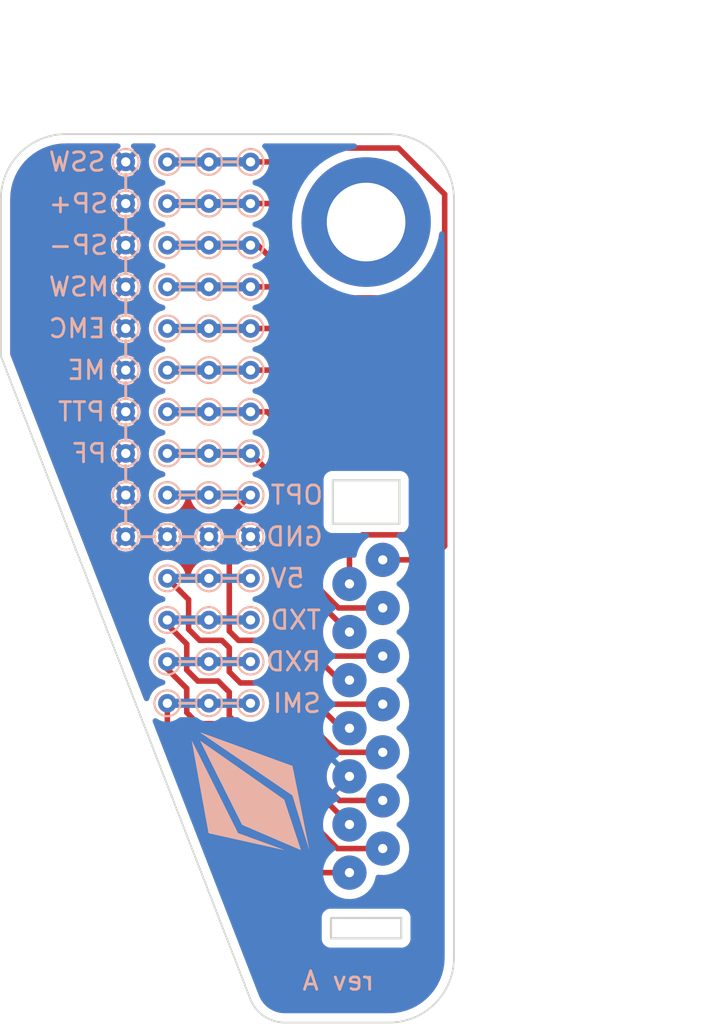
<source format=kicad_pcb>
(kicad_pcb (version 20211014) (generator pcbnew)
  (title_block (title "Kenwood Universal Connector") (date "2023-05-28") (rev "A") (company "W3AXL"))
  (layers (0 "F.Cu" signal) (31 "B.Cu" signal) (34 "B.Paste" user) (35 "F.Paste" user) (36 "B.SilkS" user "B.Silkscreen") (37 "F.SilkS" user "F.Silkscreen") (38 "B.Mask" user) (39 "F.Mask" user) (44 "Edge.Cuts" user))
  (net 0 "")
  (net 1 "Net-(J2-Pad13)")
  (net 2 "Net-(J2-Pad11)")
  (net 3 "Net-(J2-Pad9)")
  (net 4 "Net-(J2-Pad7)")
  (net 5 "Net-(J2-Pad5)")
  (net 6 "Net-(J2-Pad3)")
  (net 7 "Net-(J2-Pad1)")
  (net 8 "Net-(J2-Pad8)")
  (net 9 "Net-(J2-Pad12)")
  (net 10 "Net-(J2-Pad14)")
  (net 11 "Net-(J2-Pad2)")
  (net 12 "Net-(J2-Pad4)")
  (net 13 "Net-(J2-Pad6)")
  (net 14 "GND")
  (footprint "TestPoint:TestPoint_THTPad_D1.0mm_Drill0.5mm" (layer "B.Cu") (at 158.75 102.25 180)
    (fp_text reference "TP12" hide)
    (fp_text value "TestPoint_Small")
    (fp_circle (center 0 0) (end 0 -0.7) (layer "B.SilkS") (width 0.12) (fill none))
    (pad "1" thru_hole circle (at 0 0 180) (size 1 1) (drill 0.5) (layers *.Cu *.Mask) (net 3 "Net-(J2-Pad9)"))
  )
  (footprint "TestPoint:TestPoint_THTPad_D1.0mm_Drill0.5mm" (layer "B.Cu") (at 154.25 106.75 180)
    (fp_text reference "TP20" hide)
    (fp_text value "TestPoint_Small")
    (fp_circle (center 0 0) (end 0 -0.7) (layer "B.SilkS") (width 0.12) (fill none))
    (pad "1" thru_hole circle (at 0 0 180) (size 1 1) (drill 0.5) (layers *.Cu *.Mask) (net 2 "Net-(J2-Pad11)"))
  )
  (footprint "TestPoint:TestPoint_THTPad_D1.0mm_Drill0.5mm" (layer "B.Cu") (at 152 104.5 180)
    (fp_text reference "TP49" hide)
    (fp_text value "TestPoint_Small")
    (fp_circle (center 0 0) (end 0 -0.7) (layer "B.SilkS") (width 0.12) (fill none))
    (pad "1" thru_hole circle (at 0 0 180) (size 1 1) (drill 0.5) (layers *.Cu *.Mask) (net 14 "GND"))
  )
  (footprint "TestPoint:TestPoint_THTPad_D1.0mm_Drill0.5mm" (layer "B.Cu") (at 158.75 109 180)
    (fp_text reference "TP27" hide)
    (fp_text value "TestPoint_Small")
    (fp_circle (center 0 0) (end 0 -0.7) (layer "B.SilkS") (width 0.12) (fill none))
    (pad "1" thru_hole circle (at 0 0 180) (size 1 1) (drill 0.5) (layers *.Cu *.Mask) (net 9 "Net-(J2-Pad12)"))
  )
  (footprint "TestPoint:TestPoint_THTPad_D1.0mm_Drill0.5mm" (layer "B.Cu") (at 152 86.5 180)
    (fp_text reference "TP45" hide)
    (fp_text value "TestPoint_Small")
    (fp_circle (center 0 0) (end 0 -0.7) (layer "B.SilkS") (width 0.12) (fill none))
    (pad "1" thru_hole circle (at 0 0 180) (size 1 1) (drill 0.5) (layers *.Cu *.Mask) (net 14 "GND"))
  )
  (footprint "TestPoint:TestPoint_THTPad_D1.0mm_Drill0.5mm" (layer "B.Cu") (at 156.5 102.25 180)
    (fp_text reference "TP5" hide)
    (fp_text value "TestPoint_Small")
    (fp_circle (center 0 0) (end 0 -0.7) (layer "B.SilkS") (width 0.12) (fill none))
    (pad "1" thru_hole circle (at 0 0 180) (size 1 1) (drill 0.5) (layers *.Cu *.Mask) (net 3 "Net-(J2-Pad9)"))
  )
  (footprint "TestPoint:TestPoint_THTPad_D1.0mm_Drill0.5mm" (layer "B.Cu") (at 152 91 180)
    (fp_text reference "TP54" hide)
    (fp_text value "TestPoint_Small")
    (fp_circle (center 0 0) (end 0 -0.7) (layer "B.SilkS") (width 0.12) (fill none))
    (pad "1" thru_hole circle (at 0 0 180) (size 1 1) (drill 0.5) (layers *.Cu *.Mask) (net 14 "GND"))
  )
  (footprint "TestPoint:TestPoint_THTPad_D1.0mm_Drill0.5mm" (layer "B.Cu") (at 152 84.25 180)
    (fp_text reference "TP50" hide)
    (fp_text value "TestPoint_Small")
    (fp_circle (center 0 0) (end 0 -0.7) (layer "B.SilkS") (width 0.12) (fill none))
    (pad "1" thru_hole circle (at 0 0 180) (size 1 1) (drill 0.5) (layers *.Cu *.Mask) (net 14 "GND"))
  )
  (footprint "TestPoint:TestPoint_THTPad_D1.0mm_Drill0.5mm" (layer "B.Cu") (at 156.5 111.25 180)
    (fp_text reference "TP14" hide)
    (fp_text value "TestPoint_Small")
    (fp_circle (center 0 0) (end 0 -0.7) (layer "B.SilkS") (width 0.12) (fill none))
    (pad "1" thru_hole circle (at 0 0 180) (size 1 1) (drill 0.5) (layers *.Cu *.Mask) (net 1 "Net-(J2-Pad13)"))
  )
  (footprint "TestPoint:TestPoint_THTPad_D1.0mm_Drill0.5mm" (layer "B.Cu") (at 158.75 113.5 180)
    (fp_text reference "TP28" hide)
    (fp_text value "TestPoint_Small")
    (fp_circle (center 0 0) (end 0 -0.7) (layer "B.SilkS") (width 0.12) (fill none))
    (pad "1" thru_hole circle (at 0 0 180) (size 1 1) (drill 0.5) (layers *.Cu *.Mask) (net 10 "Net-(J2-Pad14)"))
  )
  (footprint "TestPoint:TestPoint_THTPad_D1.0mm_Drill0.5mm" (layer "B.Cu") (at 156.5 88.75 180)
    (fp_text reference "TP9" hide)
    (fp_text value "TestPoint_Small")
    (fp_circle (center 0 0) (end 0 -0.7) (layer "B.SilkS") (width 0.12) (fill none))
    (pad "1" thru_hole circle (at 0 0 180) (size 1 1) (drill 0.5) (layers *.Cu *.Mask) (net 6 "Net-(J2-Pad3)"))
  )
  (footprint "TestPoint:TestPoint_THTPad_D1.0mm_Drill0.5mm" (layer "B.Cu") (at 156.5 93.25 180)
    (fp_text reference "TP10" hide)
    (fp_text value "TestPoint_Small")
    (fp_circle (center 0 0) (end 0 -0.7) (layer "B.SilkS") (width 0.12) (fill none))
    (pad "1" thru_hole circle (at 0 0 180) (size 1 1) (drill 0.5) (layers *.Cu *.Mask) (net 5 "Net-(J2-Pad5)"))
  )
  (footprint "TestPoint:TestPoint_THTPad_D1.0mm_Drill0.5mm" (layer "B.Cu") (at 156.5 113.5 180)
    (fp_text reference "TP35" hide)
    (fp_text value "TestPoint_Small")
    (fp_circle (center 0 0) (end 0 -0.7) (layer "B.SilkS") (width 0.12) (fill none))
    (pad "1" thru_hole circle (at 0 0 180) (size 1 1) (drill 0.5) (layers *.Cu *.Mask) (net 10 "Net-(J2-Pad14)"))
  )
  (footprint "TestPoint:TestPoint_THTPad_D1.0mm_Drill0.5mm" (layer "B.Cu") (at 158.75 86.5 180)
    (fp_text reference "TP22" hide)
    (fp_text value "TestPoint_Small")
    (fp_circle (center 0 0) (end 0 -0.7) (layer "B.SilkS") (width 0.12) (fill none))
    (pad "1" thru_hole circle (at 0 0 180) (size 1 1) (drill 0.5) (layers *.Cu *.Mask) (net 11 "Net-(J2-Pad2)"))
  )
  (footprint "TestPoint:TestPoint_THTPad_D1.0mm_Drill0.5mm" (layer "B.Cu") (at 158.75 111.25 180)
    (fp_text reference "TP7" hide)
    (fp_text value "TestPoint_Small")
    (fp_circle (center 0 0) (end 0 -0.7) (layer "B.SilkS") (width 0.12) (fill none))
    (pad "1" thru_hole circle (at 0 0 180) (size 1 1) (drill 0.5) (layers *.Cu *.Mask) (net 1 "Net-(J2-Pad13)"))
  )
  (footprint "TestPoint:TestPoint_THTPad_D1.0mm_Drill0.5mm" (layer "B.Cu") (at 154.25 109 180)
    (fp_text reference "TP41" hide)
    (fp_text value "TestPoint_Small")
    (fp_circle (center 0 0) (end 0 -0.7) (layer "B.SilkS") (width 0.12) (fill none))
    (pad "1" thru_hole circle (at 0 0 180) (size 1 1) (drill 0.5) (layers *.Cu *.Mask) (net 9 "Net-(J2-Pad12)"))
  )
  (footprint "TestPoint:TestPoint_THTPad_D1.0mm_Drill0.5mm" (layer "B.Cu") (at 154.25 84.25 180)
    (fp_text reference "TP15" hide)
    (fp_text value "TestPoint_Small")
    (fp_circle (center 0 0) (end 0 -0.7) (layer "B.SilkS") (width 0.12) (fill none))
    (pad "1" thru_hole circle (at 0 0 180) (size 1 1) (drill 0.5) (layers *.Cu *.Mask) (net 7 "Net-(J2-Pad1)"))
  )
  (footprint "TestPoint:TestPoint_THTPad_D1.0mm_Drill0.5mm" (layer "B.Cu") (at 152 97.75 180)
    (fp_text reference "TP48" hide)
    (fp_text value "TestPoint_Small")
    (fp_circle (center 0 0) (end 0 -0.7) (layer "B.SilkS") (width 0.12) (fill none))
    (pad "1" thru_hole circle (at 0 0 180) (size 1 1) (drill 0.5) (layers *.Cu *.Mask) (net 14 "GND"))
  )
  (footprint "TestPoint:TestPoint_THTPad_D1.0mm_Drill0.5mm" (layer "B.Cu") (at 158.75 95.5 180)
    (fp_text reference "TP38" hide)
    (fp_text value "TestPoint_Small")
    (fp_circle (center 0 0) (end 0 -0.7) (layer "B.SilkS") (width 0.12) (fill none))
    (pad "1" thru_hole circle (at 0 0 180) (size 1 1) (drill 0.5) (layers *.Cu *.Mask) (net 13 "Net-(J2-Pad6)"))
  )
  (footprint "TestPoint:TestPoint_THTPad_D1.0mm_Drill0.5mm" (layer "B.Cu") (at 158.75 97.75 180)
    (fp_text reference "TP4" hide)
    (fp_text value "TestPoint_Small")
    (fp_circle (center 0 0) (end 0 -0.7) (layer "B.SilkS") (width 0.12) (fill none))
    (pad "1" thru_hole circle (at 0 0 180) (size 1 1) (drill 0.5) (layers *.Cu *.Mask) (net 4 "Net-(J2-Pad7)"))
  )
  (footprint "TestPoint:TestPoint_THTPad_D1.0mm_Drill0.5mm" (layer "B.Cu") (at 152 102.25 180)
    (fp_text reference "TP47" hide)
    (fp_text value "TestPoint_Small")
    (fp_circle (center 0 0) (end 0 -0.7) (layer "B.SilkS") (width 0.12) (fill none))
    (pad "1" thru_hole circle (at 0 0 180) (size 1 1) (drill 0.5) (layers *.Cu *.Mask) (net 14 "GND"))
  )
  (footprint "TestPoint:TestPoint_THTPad_D1.0mm_Drill0.5mm" (layer "B.Cu") (at 152 93.25 180)
    (fp_text reference "TP51" hide)
    (fp_text value "TestPoint_Small")
    (fp_circle (center 0 0) (end 0 -0.7) (layer "B.SilkS") (width 0.12) (fill none))
    (pad "1" thru_hole circle (at 0 0 180) (size 1 1) (drill 0.5) (layers *.Cu *.Mask) (net 14 "GND"))
  )
  (footprint "Kenwood_Universal_Connector:KUC_FP" (layer "B.Cu") (at 165 87.5 180)
    (fp_text reference "J2" hide)
    (fp_text value "KUC")
    (fp_rect (start -1.9 -37.6) (end 1.9 -38.7) (layer "Edge.Cuts") (width 0.12) (fill none))
    (fp_rect (start -1.8 -13.95) (end 1.8 -16.3) (layer "Edge.Cuts") (width 0.12) (fill none))
    (pad "" np_thru_hole circle (at 0 0 180) (size 7 7) (drill 4.25) (layers F&B.Cu *.Mask))
    (pad "1" thru_hole circle (at -0.9 -18.25 180) (size 1.85 1.85) (drill 0.5) (layers *.Cu *.Mask) (net 7 "Net-(J2-Pad1)"))
    (pad "2" thru_hole circle (at 0.9 -19.55 180) (size 1.85 1.85) (drill 0.5) (layers *.Cu *.Mask) (net 11 "Net-(J2-Pad2)"))
    (pad "3" thru_hole circle (at -0.9 -20.85 180) (size 1.85 1.85) (drill 0.5) (layers *.Cu *.Mask) (net 6 "Net-(J2-Pad3)"))
    (pad "4" thru_hole circle (at 0.9 -22.15 180) (size 1.85 1.85) (drill 0.5) (layers *.Cu *.Mask) (net 12 "Net-(J2-Pad4)"))
    (pad "5" thru_hole circle (at -0.9 -23.45 180) (size 1.85 1.85) (drill 0.5) (layers *.Cu *.Mask) (net 5 "Net-(J2-Pad5)"))
    (pad "6" thru_hole circle (at 0.9 -24.75 180) (size 1.85 1.85) (drill 0.5) (layers *.Cu *.Mask) (net 13 "Net-(J2-Pad6)"))
    (pad "7" thru_hole circle (at -0.9 -26.05 180) (size 1.85 1.85) (drill 0.5) (layers *.Cu *.Mask) (net 4 "Net-(J2-Pad7)"))
    (pad "8" thru_hole circle (at 0.9 -27.35 180) (size 1.85 1.85) (drill 0.5) (layers *.Cu *.Mask) (net 8 "Net-(J2-Pad8)"))
    (pad "9" thru_hole circle (at -0.9 -28.65 180) (size 1.85 1.85) (drill 0.5) (layers *.Cu *.Mask) (net 3 "Net-(J2-Pad9)"))
    (pad "10" thru_hole circle (at 0.9 -29.95 180) (size 1.85 1.85) (drill 0.5) (layers *.Cu *.Mask) (net 14 "GND"))
    (pad "11" thru_hole circle (at -0.9 -31.25 180) (size 1.85 1.85) (drill 0.5) (layers *.Cu *.Mask) (net 2 "Net-(J2-Pad11)"))
    (pad "12" thru_hole circle (at 0.9 -32.55 180) (size 1.85 1.85) (drill 0.5) (layers *.Cu *.Mask) (net 9 "Net-(J2-Pad12)"))
    (pad "13" thru_hole circle (at -0.9 -33.85 180) (size 1.85 1.85) (drill 0.5) (layers *.Cu *.Mask) (net 1 "Net-(J2-Pad13)"))
    (pad "14" thru_hole circle (at 0.9 -35.15 180) (size 1.85 1.85) (drill 0.5) (layers *.Cu *.Mask) (net 10 "Net-(J2-Pad14)"))
  )
  (footprint "TestPoint:TestPoint_THTPad_D1.0mm_Drill0.5mm" (layer "B.Cu") (at 154.25 88.75 180)
    (fp_text reference "TP16" hide)
    (fp_text value "TestPoint_Small")
    (fp_circle (center 0 0) (end 0 -0.7) (layer "B.SilkS") (width 0.12) (fill none))
    (pad "1" thru_hole circle (at 0 0 180) (size 1 1) (drill 0.5) (layers *.Cu *.Mask) (net 6 "Net-(J2-Pad3)"))
  )
  (footprint "TestPoint:TestPoint_THTPad_D1.0mm_Drill0.5mm" (layer "B.Cu") (at 154.25 111.25 180)
    (fp_text reference "TP21" hide)
    (fp_text value "TestPoint_Small")
    (fp_circle (center 0 0) (end 0 -0.7) (layer "B.SilkS") (width 0.12) (fill none))
    (pad "1" thru_hole circle (at 0 0 180) (size 1 1) (drill 0.5) (layers *.Cu *.Mask) (net 1 "Net-(J2-Pad13)"))
  )
  (footprint "TestPoint:TestPoint_THTPad_D1.0mm_Drill0.5mm" (layer "B.Cu") (at 152 88.75 180)
    (fp_text reference "TPe" hide)
    (fp_text value "TestPoint_Small")
    (fp_circle (center 0 0) (end 0 -0.7) (layer "B.SilkS") (width 0.12) (fill none))
    (pad "1" thru_hole circle (at 0 0 180) (size 1 1) (drill 0.5) (layers *.Cu *.Mask) (net 14 "GND"))
  )
  (footprint "TestPoint:TestPoint_THTPad_D1.0mm_Drill0.5mm" (layer "B.Cu") (at 158.75 106.75 180)
    (fp_text reference "TP6" hide)
    (fp_text value "TestPoint_Small")
    (fp_circle (center 0 0) (end 0 -0.7) (layer "B.SilkS") (width 0.12) (fill none))
    (pad "1" thru_hole circle (at 0 0 180) (size 1 1) (drill 0.5) (layers *.Cu *.Mask) (net 2 "Net-(J2-Pad11)"))
  )
  (footprint "TestPoint:TestPoint_THTPad_D1.0mm_Drill0.5mm" (layer "B.Cu") (at 154.25 91 180)
    (fp_text reference "TP37" hide)
    (fp_text value "TestPoint_Small")
    (fp_circle (center 0 0) (end 0 -0.7) (layer "B.SilkS") (width 0.12) (fill none))
    (pad "1" thru_hole circle (at 0 0 180) (size 1 1) (drill 0.5) (layers *.Cu *.Mask) (net 12 "Net-(J2-Pad4)"))
  )
  (footprint "TestPoint:TestPoint_THTPad_D1.0mm_Drill0.5mm" (layer "B.Cu") (at 156.5 100 180)
    (fp_text reference "TP32" hide)
    (fp_text value "TestPoint_Small")
    (fp_circle (center 0 0) (end 0 -0.7) (layer "B.SilkS") (width 0.12) (fill none))
    (pad "1" thru_hole circle (at 0 0 180) (size 1 1) (drill 0.5) (layers *.Cu *.Mask) (net 8 "Net-(J2-Pad8)"))
  )
  (footprint "TestPoint:TestPoint_THTPad_D1.0mm_Drill0.5mm" (layer "B.Cu") (at 156.5 86.5 180)
    (fp_text reference "TP29" hide)
    (fp_text value "TestPoint_Small")
    (fp_circle (center 0 0) (end 0 -0.7) (layer "B.SilkS") (width 0.12) (fill none))
    (pad "1" thru_hole circle (at 0 0 180) (size 1 1) (drill 0.5) (layers *.Cu *.Mask) (net 11 "Net-(J2-Pad2)"))
  )
  (footprint "TestPoint:TestPoint_THTPad_D1.0mm_Drill0.5mm" (layer "B.Cu") (at 154.25 102.25 180)
    (fp_text reference "TP19" hide)
    (fp_text value "TestPoint_Small")
    (fp_circle (center 0 0) (end 0 -0.7) (layer "B.SilkS") (width 0.12) (fill none))
    (pad "1" thru_hole circle (at 0 0 180) (size 1 1) (drill 0.5) (layers *.Cu *.Mask) (net 3 "Net-(J2-Pad9)"))
  )
  (footprint "TestPoint:TestPoint_THTPad_D1.0mm_Drill0.5mm" (layer "B.Cu") (at 158.75 84.25 180)
    (fp_text reference "TP1" hide)
    (fp_text value "TestPoint_Small")
    (fp_circle (center 0 0) (end 0 -0.7) (layer "B.SilkS") (width 0.12) (fill none))
    (pad "1" thru_hole circle (at 0 0 180) (size 1 1) (drill 0.5) (layers *.Cu *.Mask) (net 7 "Net-(J2-Pad1)"))
  )
  (footprint "TestPoint:TestPoint_THTPad_D1.0mm_Drill0.5mm" (layer "B.Cu") (at 158.75 104.5 180)
    (fp_text reference "TP40" hide)
    (fp_text value "TestPoint_Small")
    (fp_circle (center 0 0) (end 0 -0.7) (layer "B.SilkS") (width 0.12) (fill none))
    (pad "1" thru_hole circle (at 0 0 180) (size 1 1) (drill 0.5) (layers *.Cu *.Mask) (net 14 "GND"))
  )
  (footprint "TestPoint:TestPoint_THTPad_D1.0mm_Drill0.5mm" (layer "B.Cu") (at 154.25 113.5 180)
    (fp_text reference "TP42" hide)
    (fp_text value "TestPoint_Small")
    (fp_circle (center 0 0) (end 0 -0.7) (layer "B.SilkS") (width 0.12) (fill none))
    (pad "1" thru_hole circle (at 0 0 180) (size 1 1) (drill 0.5) (layers *.Cu *.Mask) (net 10 "Net-(J2-Pad14)"))
  )
  (footprint "TestPoint:TestPoint_THTPad_D1.0mm_Drill0.5mm" (layer "B.Cu") (at 158.75 93.25 180)
    (fp_text reference "TP3" hide)
    (fp_text value "TestPoint_Small")
    (fp_circle (center 0 0) (end 0 -0.7) (layer "B.SilkS") (width 0.12) (fill none))
    (pad "1" thru_hole circle (at 0 0 180) (size 1 1) (drill 0.5) (layers *.Cu *.Mask) (net 5 "Net-(J2-Pad5)"))
  )
  (footprint "TestPoint:TestPoint_THTPad_D1.0mm_Drill0.5mm" (layer "B.Cu") (at 154.25 95.5 180)
    (fp_text reference "TP24" hide)
    (fp_text value "TestPoint_Small")
    (fp_circle (center 0 0) (end 0 -0.7) (layer "B.SilkS") (width 0.12) (fill none))
    (pad "1" thru_hole circle (at 0 0 180) (size 1 1) (drill 0.5) (layers *.Cu *.Mask) (net 13 "Net-(J2-Pad6)"))
  )
  (footprint "TestPoint:TestPoint_THTPad_D1.0mm_Drill0.5mm" (layer "B.Cu") (at 154.25 100 180)
    (fp_text reference "TP25" hide)
    (fp_text value "TestPoint_Small")
    (fp_circle (center 0 0) (end 0 -0.7) (layer "B.SilkS") (width 0.12) (fill none))
    (pad "1" thru_hole circle (at 0 0 180) (size 1 1) (drill 0.5) (layers *.Cu *.Mask) (net 8 "Net-(J2-Pad8)"))
  )
  (footprint "TestPoint:TestPoint_THTPad_D1.0mm_Drill0.5mm" (layer "B.Cu") (at 154.25 97.75 180)
    (fp_text reference "TP18" hide)
    (fp_text value "TestPoint_Small")
    (fp_circle (center 0 0) (end 0 -0.7) (layer "B.SilkS") (width 0.12) (fill none))
    (pad "1" thru_hole circle (at 0 0 180) (size 1 1) (drill 0.5) (layers *.Cu *.Mask) (net 4 "Net-(J2-Pad7)"))
  )
  (footprint "TestPoint:TestPoint_THTPad_D1.0mm_Drill0.5mm" (layer "B.Cu") (at 156.5 106.75 180)
    (fp_text reference "TP13" hide)
    (fp_text value "TestPoint_Small")
    (fp_circle (center 0 0) (end 0 -0.7) (layer "B.SilkS") (width 0.12) (fill none))
    (pad "1" thru_hole circle (at 0 0 180) (size 1 1) (drill 0.5) (layers *.Cu *.Mask) (net 2 "Net-(J2-Pad11)"))
  )
  (footprint "TestPoint:TestPoint_THTPad_D1.0mm_Drill0.5mm" (layer "B.Cu") (at 158.75 88.75 180)
    (fp_text reference "TP2" hide)
    (fp_text value "TestPoint_Small")
    (fp_circle (center 0 0) (end 0 -0.7) (layer "B.SilkS") (width 0.12) (fill none))
    (pad "1" thru_hole circle (at 0 0 180) (size 1 1) (drill 0.5) (layers *.Cu *.Mask) (net 6 "Net-(J2-Pad3)"))
  )
  (footprint "w3axl-logos:logo-6.3x6.3" (layer "B.Cu") (at 158.75 118.25 180)
    (fp_text reference "G***" hide)
    (fp_text value "LOGO" hide)
    (fp_poly (pts (xy 2.704108 3.161784) (xy 2.701986 3.159564) (xy 2.690027 3.151257) (xy 2.658463 3.12959) (xy 2.608188 3.095172) (xy 2.540093 3.048612) (xy 2.455073 2.99052) (xy 2.354019 2.921505) (xy 2.237824 2.842176) (xy 2.107382 2.753142) (xy 1.963585 2.655013) (xy 1.807325 2.548397) (xy 1.639496 2.433904) (xy 1.460991 2.312143) (xy 1.272701 2.183723) (xy 1.07552 2.049253) (xy 0.870341 1.909343) (xy 0.658056 1.764601) (xy 0.439559 1.615638) (xy 0.215741 1.463061) (xy 0.207455 1.457413) (xy -2.266748 -0.229168) (xy -2.713982 -1.68038) (xy -2.770451 -1.863497) (xy -2.824869 -2.039733) (xy -2.876795 -2.207671) (xy -2.925788 -2.365893) (xy -2.971405 -2.51298) (xy -3.013205 -2.647514) (xy -3.050747 -2.768078) (xy -3.08359 -2.873254) (xy -3.111291 -2.961623) (xy -3.13341 -3.031767) (xy -3.149504 -3.082268) (xy -3.159133 -3.111709) (xy -3.161907 -3.119091) (xy -3.159606 -3.105554) (xy -3.152718 -3.069224) (xy -3.141534 -3.011568) (xy -3.12635 -2.934053) (xy -3.107458 -2.838146) (xy -3.085153 -2.725312) (xy -3.059727 -2.597019) (xy -3.031474 -2.454733) (xy -3.000689 -2.299921) (xy -2.967664 -2.13405) (xy -2.932694 -1.958585) (xy -2.896071 -1.774995) (xy -2.858089 -1.584744) (xy -2.819043 -1.389301) (xy -2.779225 -1.190132) (xy -2.738929 -0.988702) (xy -2.698449 -0.78648) (xy -2.658078 -0.584931) (xy -2.61811 -0.385522) (xy -2.578839 -0.18972) (xy -2.540558 0.001009) (xy -2.503561 0.185198) (xy -2.468141 0.36138) (xy -2.434591 0.528089) (xy -2.403207 0.683857) (xy -2.37428 0.82722) (xy -2.348105 0.956709) (xy -2.324976 1.070859) (xy -2.305185 1.168202) (xy -2.289027 1.247272) (xy -2.276794 1.306602) (xy -2.268782 1.344727) (xy -2.265283 1.360178) (xy -2.265176 1.360444) (xy -2.25336 1.364979) (xy -2.219546 1.37751) (xy -2.165048 1.397557) (xy -2.091181 1.424642) (xy -1.999258 1.458286) (xy -1.890593 1.498012) (xy -1.766502 1.54334) (xy -1.628298 1.593793) (xy -1.477295 1.648891) (xy -1.314809 1.708156) (xy -1.142152 1.77111) (xy -0.96064 1.837274) (xy -0.771586 1.906169) (xy -0.576305 1.977318) (xy -0.376111 2.050242) (xy -0.172319 2.124462) (xy 0.033758 2.1995) (xy 0.240805 2.274877) (xy 0.447509 2.350115) (xy 0.652553 2.424735) (xy 0.854625 2.498259) (xy 1.052411 2.570208) (xy 1.244595 2.640105) (xy 1.429863 2.707469) (xy 1.606903 2.771824) (xy 1.774398 2.83269) (xy 1.931035 2.889589) (xy 2.0755 2.942043) (xy 2.206478 2.989572) (xy 2.322655 3.031699) (xy 2.422717 3.067945) (xy 2.50535 3.097832) (xy 2.569239 3.120881) (xy 2.61307 3.136613) (xy 2.629296 3.142377) (xy 2.669349 3.155556) (xy 2.695621 3.162341) (xy 2.704108 3.161784)) (layer "B.SilkS") (width 0.01) (fill solid))
    (fp_poly (pts (xy 2.7079 2.699673) (xy 2.692288 2.667169) (xy 2.666596 2.614575) (xy 2.631342 2.542934) (xy 2.587044 2.453287) (xy 2.534223 2.346678) (xy 2.473395 2.224146) (xy 2.40508 2.086736) (xy 2.329796 1.935488) (xy 2.248061 1.771445) (xy 2.160395 1.59565) (xy 2.067316 1.409143) (xy 1.969342 1.212967) (xy 1.866993 1.008165) (xy 1.760786 0.795777) (xy 1.65124 0.576847) (xy 1.585107 0.444743) (xy 0.452685 -1.816943) (xy -1.128614 -2.49558) (xy -1.316566 -2.576236) (xy -1.498197 -2.654166) (xy -1.672208 -2.728814) (xy -1.837301 -2.799623) (xy -1.992176 -2.866036) (xy -2.135534 -2.927498) (xy -2.266078 -2.983451) (xy -2.382509 -3.033339) (xy -2.483527 -3.076605) (xy -2.567835 -3.112693) (xy -2.634133 -3.141046) (xy -2.681122 -3.161108) (xy -2.707505 -3.172321) (xy -2.713013 -3.174608) (xy -2.716113 -3.165876) (xy -2.716114 -3.165655) (xy -2.712271 -3.152898) (xy -2.701069 -3.118094) (xy -2.683 -3.062727) (xy -2.658553 -2.988278) (xy -2.628219 -2.896231) (xy -2.592488 -2.788069) (xy -2.551852 -2.665275) (xy -2.5068 -2.529332) (xy -2.457824 -2.381723) (xy -2.405413 -2.223931) (xy -2.350059 -2.057439) (xy -2.292251 -1.88373) (xy -2.265867 -1.804498) (xy -1.815619 -0.452685) (xy 0.446339 1.131488) (xy 0.659227 1.280551) (xy 0.866728 1.425773) (xy 1.067928 1.566518) (xy 1.261913 1.702149) (xy 1.447771 1.832031) (xy 1.624588 1.955525) (xy 1.791451 2.071997) (xy 1.947445 2.180809) (xy 2.091658 2.281324) (xy 2.223176 2.372906) (xy 2.341086 2.454919) (xy 2.444474 2.526726) (xy 2.532427 2.58769) (xy 2.604032 2.637175) (xy 2.658374 2.674544) (xy 2.694541 2.699161) (xy 2.711619 2.710389) (xy 2.712913 2.711045) (xy 2.7079 2.699673)) (layer "B.SilkS") (width 0.01) (fill solid))
    (fp_poly (pts (xy 3.169625 2.69906) (xy 3.163643 2.663665) (xy 3.153698 2.606665) (xy 3.140045 2.529457) (xy 3.122938 2.433439) (xy 3.102632 2.320006) (xy 3.07938 2.190556) (xy 3.053438 2.046486) (xy 3.02506 1.889192) (xy 2.994499 1.720071) (xy 2.962011 1.540521) (xy 2.927849 1.351938) (xy 2.892267 1.155719) (xy 2.855521 0.953261) (xy 2.817865 0.74596) (xy 2.779552 0.535214) (xy 2.740837 0.32242) (xy 2.701975 0.108974) (xy 2.663219 -0.103727) (xy 2.624825 -0.314286) (xy 2.587046 -0.521307) (xy 2.550137 -0.723391) (xy 2.514351 -0.919143) (xy 2.479944 -1.107165) (xy 2.44717 -1.286061) (xy 2.416283 -1.454433) (xy 2.387537 -1.610886) (xy 2.361186 -1.754021) (xy 2.337486 -1.882443) (xy 2.31669 -1.994754) (xy 2.299052 -2.089557) (xy 2.284827 -2.165457) (xy 2.27427 -2.221054) (xy 2.267634 -2.254954) (xy 2.265208 -2.265781) (xy 2.252625 -2.269101) (xy 2.21709 -2.277503) (xy 2.159865 -2.290702) (xy 2.082217 -2.308416) (xy 1.985408 -2.33036) (xy 1.870704 -2.35625) (xy 1.73937 -2.385803) (xy 1.592668 -2.418734) (xy 1.431864 -2.454761) (xy 1.258223 -2.493598) (xy 1.073008 -2.534962) (xy 0.877484 -2.578569) (xy 0.672915 -2.624136) (xy 0.460566 -2.671379) (xy 0.252035 -2.717718) (xy 0.033125 -2.766337) (xy -0.179409 -2.813541) (xy -0.384289 -2.859047) (xy -0.580232 -2.90257) (xy -0.765961 -2.943826) (xy -0.940195 -2.98253) (xy -1.101654 -3.018397) (xy -1.249059 -3.051145) (xy -1.381129 -3.080488) (xy -1.496585 -3.106142) (xy -1.594147 -3.127822) (xy -1.672536 -3.145245) (xy -1.73047 -3.158126) (xy -1.766671 -3.166181) (xy -1.779737 -3.169097) (xy -1.78691 -3.168774) (xy -1.773521 -3.160881) (xy -1.767334 -3.158012) (xy -1.750723 -3.151535) (xy -1.712393 -3.13719) (xy -1.653944 -3.115559) (xy -1.576977 -3.08723) (xy -1.483092 -3.052788) (xy -1.373888 -3.012817) (xy -1.250968 -2.967903) (xy -1.115929 -2.918632) (xy -0.970374 -2.865589) (xy -0.815902 -2.809358) (xy -0.654114 -2.750526) (xy -0.526414 -2.704132) (xy 0.677299 -2.266983) (xy 1.922688 0.223893) (xy 2.039405 0.457292) (xy 2.15319 0.684743) (xy 2.263546 0.905256) (xy 2.369977 1.11784) (xy 2.471986 1.321507) (xy 2.569075 1.515267) (xy 2.660749 1.69813) (xy 2.74651 1.869106) (xy 2.825862 2.027206) (xy 2.898307 2.17144) (xy 2.96335 2.300819) (xy 3.020493 2.414354) (xy 3.06924 2.511053) (xy 3.109094 2.589929) (xy 3.139557 2.64999) (xy 3.160134 2.690249) (xy 3.170328 2.709714) (xy 3.171391 2.711454) (xy 3.169625 2.69906)) (layer "B.SilkS") (width 0.01) (fill solid))
  )
  (footprint "TestPoint:TestPoint_THTPad_D1.0mm_Drill0.5mm" (layer "B.Cu") (at 158.75 100 180)
    (fp_text reference "TP39" hide)
    (fp_text value "TestPoint_Small")
    (fp_circle (center 0 0) (end 0 -0.7) (layer "B.SilkS") (width 0.12) (fill none))
    (pad "1" thru_hole circle (at 0 0 180) (size 1 1) (drill 0.5) (layers *.Cu *.Mask) (net 8 "Net-(J2-Pad8)"))
  )
  (footprint "TestPoint:TestPoint_THTPad_D1.0mm_Drill0.5mm" (layer "B.Cu") (at 158.75 91 180)
    (fp_text reference "TP23" hide)
    (fp_text value "TestPoint_Small")
    (fp_circle (center 0 0) (end 0 -0.7) (layer "B.SilkS") (width 0.12) (fill none))
    (pad "1" thru_hole circle (at 0 0 180) (size 1 1) (drill 0.5) (layers *.Cu *.Mask) (net 12 "Net-(J2-Pad4)"))
  )
  (footprint "TestPoint:TestPoint_THTPad_D1.0mm_Drill0.5mm" (layer "B.Cu") (at 152 95.5 180)
    (fp_text reference "TP44" hide)
    (fp_text value "TestPoint_Small")
    (fp_circle (center 0 0) (end 0 -0.7) (layer "B.SilkS") (width 0.12) (fill none))
    (pad "1" thru_hole circle (at 0 0 180) (size 1 1) (drill 0.5) (layers *.Cu *.Mask) (net 14 "GND"))
  )
  (footprint "TestPoint:TestPoint_THTPad_D1.0mm_Drill0.5mm" (layer "B.Cu") (at 154.25 93.25 180)
    (fp_text reference "TP17" hide)
    (fp_text value "TestPoint_Small")
    (fp_circle (center 0 0) (end 0 -0.7) (layer "B.SilkS") (width 0.12) (fill none))
    (pad "1" thru_hole circle (at 0 0 180) (size 1 1) (drill 0.5) (layers *.Cu *.Mask) (net 5 "Net-(J2-Pad5)"))
  )
  (footprint "TestPoint:TestPoint_THTPad_D1.0mm_Drill0.5mm" (layer "B.Cu") (at 156.5 97.75 180)
    (fp_text reference "TP11" hide)
    (fp_text value "TestPoint_Small")
    (fp_circle (center 0 0) (end 0 -0.7) (layer "B.SilkS") (width 0.12) (fill none))
    (pad "1" thru_hole circle (at 0 0 180) (size 1 1) (drill 0.5) (layers *.Cu *.Mask) (net 4 "Net-(J2-Pad7)"))
  )
  (footprint "TestPoint:TestPoint_THTPad_D1.0mm_Drill0.5mm" (layer "B.Cu") (at 154.25 104.5 180)
    (fp_text reference "TP33" hide)
    (fp_text value "TestPoint_Small")
    (fp_circle (center 0 0) (end 0 -0.7) (layer "B.SilkS") (width 0.12) (fill none))
    (pad "1" thru_hole circle (at 0 0 180) (size 1 1) (drill 0.5) (layers *.Cu *.Mask) (net 14 "GND"))
  )
  (footprint "TestPoint:TestPoint_THTPad_D1.0mm_Drill0.5mm" (layer "B.Cu") (at 154.25 86.5 180)
    (fp_text reference "TP36" hide)
    (fp_text value "TestPoint_Small")
    (fp_circle (center 0 0) (end 0 -0.7) (layer "B.SilkS") (width 0.12) (fill none))
    (pad "1" thru_hole circle (at 0 0 180) (size 1 1) (drill 0.5) (layers *.Cu *.Mask) (net 11 "Net-(J2-Pad2)"))
  )
  (footprint "TestPoint:TestPoint_THTPad_D1.0mm_Drill0.5mm" (layer "B.Cu") (at 156.5 91 180)
    (fp_text reference "TP30" hide)
    (fp_text value "TestPoint_Small")
    (fp_circle (center 0 0) (end 0 -0.7) (layer "B.SilkS") (width 0.12) (fill none))
    (pad "1" thru_hole circle (at 0 0 180) (size 1 1) (drill 0.5) (layers *.Cu *.Mask) (net 12 "Net-(J2-Pad4)"))
  )
  (footprint "TestPoint:TestPoint_THTPad_D1.0mm_Drill0.5mm" (layer "B.Cu") (at 152 100 180)
    (fp_text reference "TP56" hide)
    (fp_text value "TestPoint_Small")
    (fp_circle (center 0 0) (end 0 -0.7) (layer "B.SilkS") (width 0.12) (fill none))
    (pad "1" thru_hole circle (at 0 0 180) (size 1 1) (drill 0.5) (layers *.Cu *.Mask) (net 14 "GND"))
  )
  (footprint "TestPoint:TestPoint_THTPad_D1.0mm_Drill0.5mm" (layer "B.Cu") (at 156.5 84.25 180)
    (fp_text reference "TP8" hide)
    (fp_text value "TestPoint_Small")
    (fp_circle (center 0 0) (end 0 -0.7) (layer "B.SilkS") (width 0.12) (fill none))
    (pad "1" thru_hole circle (at 0 0 180) (size 1 1) (drill 0.5) (layers *.Cu *.Mask) (net 7 "Net-(J2-Pad1)"))
  )
  (footprint "TestPoint:TestPoint_THTPad_D1.0mm_Drill0.5mm" (layer "B.Cu") (at 156.5 109 180)
    (fp_text reference "TP34" hide)
    (fp_text value "TestPoint_Small")
    (fp_circle (center 0 0) (end 0 -0.7) (layer "B.SilkS") (width 0.12) (fill none))
    (pad "1" thru_hole circle (at 0 0 180) (size 1 1) (drill 0.5) (layers *.Cu *.Mask) (net 9 "Net-(J2-Pad12)"))
  )
  (footprint "TestPoint:TestPoint_THTPad_D1.0mm_Drill0.5mm" (layer "B.Cu") (at 156.5 104.5 180)
    (fp_text reference "TP26" hide)
    (fp_text value "TestPoint_Small")
    (fp_circle (center 0 0) (end 0 -0.7) (layer "B.SilkS") (width 0.12) (fill none))
    (pad "1" thru_hole circle (at 0 0 180) (size 1 1) (drill 0.5) (layers *.Cu *.Mask) (net 14 "GND"))
  )
  (footprint "TestPoint:TestPoint_THTPad_D1.0mm_Drill0.5mm" (layer "B.Cu") (at 156.5 95.5 180)
    (fp_text reference "TP31" hide)
    (fp_text value "TestPoint_Small")
    (fp_circle (center 0 0) (end 0 -0.7) (layer "B.SilkS") (width 0.12) (fill none))
    (pad "1" thru_hole circle (at 0 0 180) (size 1 1) (drill 0.5) (layers *.Cu *.Mask) (net 13 "Net-(J2-Pad6)"))
  )
  (gr_line (start 152 98.4) (end 152 99.25) (layer "B.SilkS") (width 0.15))
  (gr_line (start 152 85.75) (end 152 84.9) (layer "B.SilkS") (width 0.15))
  (gr_line (start 154.9 104.5) (end 155.75 104.5) (layer "B.SilkS") (width 0.15))
  (gr_line (start 157.2 104.5) (end 158.05 104.5) (layer "B.SilkS") (width 0.15))
  (gr_line (start 157.2 91) (end 158.05 91) (layer "B.SilkS") (width 0.15))
  (gr_line (start 152 96.15) (end 152 97) (layer "B.SilkS") (width 0.15))
  (gr_line (start 154.9 100) (end 155.75 100) (layer "B.SilkS") (width 0.15))
  (gr_line (start 152 87.15) (end 152 88) (layer "B.SilkS") (width 0.15))
  (gr_line (start 154.9 109) (end 155.75 109) (layer "B.SilkS") (width 0.15))
  (gr_line (start 157.2 111.25) (end 158.05 111.25) (layer "B.SilkS") (width 0.15))
  (gr_line (start 154.9 93.25) (end 155.75 93.25) (layer "B.SilkS") (width 0.15))
  (gr_line (start 154.9 95.5) (end 155.75 95.5) (layer "B.SilkS") (width 0.15))
  (gr_line (start 152 93.9) (end 152 94.75) (layer "B.SilkS") (width 0.15))
  (gr_line (start 152 102.9) (end 152 103.75) (layer "B.SilkS") (width 0.15))
  (gr_line (start 154.9 106.75) (end 155.75 106.75) (layer "B.SilkS") (width 0.15))
  (gr_line (start 154.9 97.75) (end 155.75 97.75) (layer "B.SilkS") (width 0.15))
  (gr_line (start 157.2 86.5) (end 158.05 86.5) (layer "B.SilkS") (width 0.15))
  (gr_line (start 154.9 88.75) (end 155.75 88.75) (layer "B.SilkS") (width 0.15))
  (gr_line (start 157.2 109) (end 158.05 109) (layer "B.SilkS") (width 0.15))
  (gr_line (start 157.2 97.75) (end 158.05 97.75) (layer "B.SilkS") (width 0.15))
  (gr_line (start 154.9 113.5) (end 155.75 113.5) (layer "B.SilkS") (width 0.15))
  (gr_line (start 157.2 102.25) (end 158.05 102.25) (layer "B.SilkS") (width 0.15))
  (gr_line (start 153.6 104.5) (end 152.75 104.5) (layer "B.SilkS") (width 0.15))
  (gr_line (start 152 91.65) (end 152 92.5) (layer "B.SilkS") (width 0.15))
  (gr_line (start 157.2 93.25) (end 158.05 93.25) (layer "B.SilkS") (width 0.15))
  (gr_line (start 157.2 84.25) (end 158.05 84.25) (layer "B.SilkS") (width 0.15))
  (gr_line (start 154.9 111.25) (end 155.75 111.25) (layer "B.SilkS") (width 0.15))
  (gr_line (start 154.9 91) (end 155.75 91) (layer "B.SilkS") (width 0.15))
  (gr_line (start 157.2 106.75) (end 158.05 106.75) (layer "B.SilkS") (width 0.15))
  (gr_line (start 157.2 88.75) (end 158.05 88.75) (layer "B.SilkS") (width 0.15))
  (gr_line (start 157.2 100) (end 158.05 100) (layer "B.SilkS") (width 0.15))
  (gr_line (start 152 89.4) (end 152 90.25) (layer "B.SilkS") (width 0.15))
  (gr_line (start 152 100.65) (end 152 101.5) (layer "B.SilkS") (width 0.15))
  (gr_line (start 157.2 113.5) (end 158.05 113.5) (layer "B.SilkS") (width 0.15))
  (gr_line (start 154.9 86.5) (end 155.75 86.5) (layer "B.SilkS") (width 0.15))
  (gr_line (start 154.9 84.25) (end 155.75 84.25) (layer "B.SilkS") (width 0.15))
  (gr_line (start 157.2 95.5) (end 158.05 95.5) (layer "B.SilkS") (width 0.15))
  (gr_line (start 154.9 102.25) (end 155.75 102.25) (layer "B.SilkS") (width 0.15))
  (gr_line (start 154.95 111.25) (end 155.8 111.25) (layer "F.SilkS") (width 0.15))
  (gr_line (start 157.2 104.5) (end 158.05 104.5) (layer "F.SilkS") (width 0.15))
  (gr_line (start 157.2 106.75) (end 158.05 106.75) (layer "F.SilkS") (width 0.15))
  (gr_line (start 152 84.95) (end 152 85.8) (layer "F.SilkS") (width 0.15))
  (gr_line (start 154.95 93.25) (end 155.8 93.25) (layer "F.SilkS") (width 0.15))
  (gr_line (start 152 90.3) (end 152 89.45) (layer "F.SilkS") (width 0.15))
  (gr_line (start 153.55 104.5) (end 152.7 104.5) (layer "F.SilkS") (width 0.15))
  (gr_line (start 157.2 93.25) (end 158.05 93.25) (layer "F.SilkS") (width 0.15))
  (gr_line (start 157.2 86.5) (end 158.05 86.5) (layer "F.SilkS") (width 0.15))
  (gr_line (start 154.95 84.25) (end 155.8 84.25) (layer "F.SilkS") (width 0.15))
  (gr_line (start 154.95 88.75) (end 155.8 88.75) (layer "F.SilkS") (width 0.15))
  (gr_line (start 152 99.3) (end 152 98.45) (layer "F.SilkS") (width 0.15))
  (gr_line (start 152 92.55) (end 152 91.7) (layer "F.SilkS") (width 0.15))
  (gr_line (start 154.95 95.5) (end 155.8 95.5) (layer "F.SilkS") (width 0.15))
  (gr_line (start 157.2 84.25) (end 158.05 84.25) (layer "F.SilkS") (width 0.15))
  (gr_line (start 157.2 102.25) (end 158.05 102.25) (layer "F.SilkS") (width 0.15))
  (gr_line (start 154.95 97.75) (end 155.8 97.75) (layer "F.SilkS") (width 0.15))
  (gr_line (start 154.95 106.75) (end 155.8 106.75) (layer "F.SilkS") (width 0.15))
  (gr_line (start 157.2 95.5) (end 158.05 95.5) (layer "F.SilkS") (width 0.15))
  (gr_line (start 154.95 102.25) (end 155.8 102.25) (layer "F.SilkS") (width 0.15))
  (gr_line (start 152 97.05) (end 152 96.2) (layer "F.SilkS") (width 0.15))
  (gr_line (start 152 94.8) (end 152 93.95) (layer "F.SilkS") (width 0.15))
  (gr_line (start 152 88.05) (end 152 87.2) (layer "F.SilkS") (width 0.15))
  (gr_line (start 157.2 97.75) (end 158.05 97.75) (layer "F.SilkS") (width 0.15))
  (gr_line (start 154.95 113.5) (end 155.8 113.5) (layer "F.SilkS") (width 0.15))
  (gr_line (start 157.2 100) (end 158.05 100) (layer "F.SilkS") (width 0.15))
  (gr_line (start 154.95 86.5) (end 155.8 86.5) (layer "F.SilkS") (width 0.15))
  (gr_line (start 157.2 91) (end 158.05 91) (layer "F.SilkS") (width 0.15))
  (gr_line (start 154.95 100) (end 155.8 100) (layer "F.SilkS") (width 0.15))
  (gr_line (start 157.2 113.5) (end 158.05 113.5) (layer "F.SilkS") (width 0.15))
  (gr_line (start 157.2 109) (end 158.05 109) (layer "F.SilkS") (width 0.15))
  (gr_line (start 152 101.55) (end 152 100.7) (layer "F.SilkS") (width 0.15))
  (gr_line (start 157.2 88.75) (end 158.05 88.75) (layer "F.SilkS") (width 0.15))
  (gr_line (start 154.95 91) (end 155.8 91) (layer "F.SilkS") (width 0.15))
  (gr_line (start 152 103.8) (end 152 102.95) (layer "F.SilkS") (width 0.15))
  (gr_line (start 157.2 111.25) (end 158.05 111.25) (layer "F.SilkS") (width 0.15))
  (gr_line (start 154.95 104.5) (end 155.8 104.5) (layer "F.SilkS") (width 0.15))
  (gr_line (start 154.95 109) (end 155.8 109) (layer "F.SilkS") (width 0.15))
  (gr_line (start 169.75 127.25) (end 169.75 86.25) (layer "Edge.Cuts") (width 0.1))
  (gr_arc (start 160.6 130.75) (mid 159.499018 130.419682) (end 158.76171 129.537839) (layer "Edge.Cuts") (width 0.1))
  (gr_line (start 166.25 82.75) (end 148.75 82.75) (layer "Edge.Cuts") (width 0.1))
  (gr_arc (start 145.25 86.25) (mid 146.275126 83.775126) (end 148.75 82.75) (layer "Edge.Cuts") (width 0.1))
  (gr_arc (start 169.75 127.25) (mid 168.724874 129.724874) (end 166.25 130.75) (layer "Edge.Cuts") (width 0.1))
  (gr_line (start 145.25 94.75) (end 158.76171 129.537839) (layer "Edge.Cuts") (width 0.1))
  (gr_line (start 166.25 130.75) (end 160.6 130.75) (layer "Edge.Cuts") (width 0.1))
  (gr_line (start 145.25 86.25) (end 145.25 94.75) (layer "Edge.Cuts") (width 0.1))
  (gr_arc (start 166.25 82.75) (mid 168.724874 83.775126) (end 169.75 86.25) (layer "Edge.Cuts") (width 0.1))
  (gr_text "RXD" (at 162.647618 111.25) (layer "B.SilkS") (effects (font (size 1 1)) (justify left mirror)))
  (gr_text "MSW" (at 147.75 91) (layer "B.SilkS") (effects (font (size 1 1)) (justify right mirror)))
  (gr_text "OPT" (at 159.75 102.25) (layer "B.SilkS") (effects (font (size 1 1)) (justify right mirror)))
  (gr_text "SMI" (at 162.647618 113.5) (layer "B.SilkS") (effects (font (size 1 1)) (justify left mirror)))
  (gr_text "SP-" (at 147.75 88.75) (layer "B.SilkS") (effects (font (size 1 1)) (justify right mirror)))
  (gr_text "PTT" (at 148.25 97.75) (layer "B.SilkS") (effects (font (size 1 1)) (justify right mirror)))
  (gr_text "TXD" (at 162.647618 109) (layer "B.SilkS") (effects (font (size 1 1)) (justify left mirror)))
  (gr_text "5V" (at 161.75 106.75) (layer "B.SilkS") (effects (font (size 1 1)) (justify left mirror)))
  (gr_text "SP+" (at 147.75 86.5) (layer "B.SilkS") (effects (font (size 1 1)) (justify right mirror)))
  (gr_text "rev A" (at 163.5 128.5) (layer "B.SilkS") (effects (font (size 1 1)) (justify mirror)))
  (gr_text "PF" (at 149 100) (layer "B.SilkS") (effects (font (size 1 1)) (justify right mirror)))
  (gr_text "GND" (at 162.75 104.5) (layer "B.SilkS") (effects (font (size 1 1)) (justify left mirror)))
  (gr_text "SSW" (at 147.75 84.25) (layer "B.SilkS") (effects (font (size 1 1)) (justify right mirror)))
  (gr_text "ME" (at 148.75 95.5) (layer "B.SilkS") (effects (font (size 1 1)) (justify right mirror)))
  (gr_text "EMC" (at 147.75 93.25) (layer "B.SilkS") (effects (font (size 1 1)) (justify right mirror)))
  (segment (start 156.7 114.6) (end 155.9 114.6) (width 0.3) (layer "F.Cu") (net 1))
  (segment (start 155.9 114.6) (end 155.3 114) (width 0.3) (layer "F.Cu") (net 1))
  (segment (start 155.3 114) (end 155.3 112.7) (width 0.3) (layer "F.Cu") (net 1))
  (segment (start 155.3 112.7) (end 154.25 111.65) (width 0.3) (layer "F.Cu") (net 1))
  (segment (start 165.9 121.35) (end 163.45 121.35) (width 0.3) (layer "F.Cu") (net 1))
  (segment (start 154.25 111.65) (end 154.25 111.25) (width 0.3) (layer "F.Cu") (net 1))
  (segment (start 163.45 121.35) (end 156.7 114.6) (width 0.3) (layer "F.Cu") (net 1))
  (segment (start 154.25 111.25) (end 156.5 111.25) (width 0.5) (layer "B.Cu") (net 1))
  (segment (start 158.75 111.25) (end 156.5 111.25) (width 0.5) (layer "B.Cu") (net 1))
  (segment (start 157.6 110.5) (end 157.6 111.8) (width 0.3) (layer "F.Cu") (net 2))
  (segment (start 158.2 112.4) (end 159.7 112.4) (width 0.3) (layer "F.Cu") (net 2))
  (segment (start 160.6 114.007106) (end 162.2 115.607106) (width 0.3) (layer "F.Cu") (net 2))
  (segment (start 160.6 113.3) (end 160.6 114.007106) (width 0.3) (layer "F.Cu") (net 2))
  (segment (start 155.4 107.9) (end 155.4 109.5) (width 0.3) (layer "F.Cu") (net 2))
  (segment (start 159.7 112.4) (end 160.6 113.3) (width 0.3) (layer "F.Cu") (net 2))
  (segment (start 162.2 115.607106) (end 162.2 117.4) (width 0.3) (layer "F.Cu") (net 2))
  (segment (start 157.2 110.1) (end 157.6 110.5) (width 0.3) (layer "F.Cu") (net 2))
  (segment (start 157.6 111.8) (end 158.2 112.4) (width 0.3) (layer "F.Cu") (net 2))
  (segment (start 162.2 117.4) (end 163.55 118.75) (width 0.3) (layer "F.Cu") (net 2))
  (segment (start 156 110.1) (end 157.2 110.1) (width 0.3) (layer "F.Cu") (net 2))
  (segment (start 155.4 109.5) (end 156 110.1) (width 0.3) (layer "F.Cu") (net 2))
  (segment (start 154.25 106.75) (end 155.4 107.9) (width 0.3) (layer "F.Cu") (net 2))
  (segment (start 163.55 118.75) (end 165.9 118.75) (width 0.3) (layer "F.Cu") (net 2))
  (segment (start 154.25 106.75) (end 156.5 106.75) (width 0.5) (layer "B.Cu") (net 2))
  (segment (start 158.75 106.75) (end 156.5 106.75) (width 0.5) (layer "B.Cu") (net 2))
  (segment (start 158.1 110.1) (end 157.6 109.6) (width 0.3) (layer "F.Cu") (net 3))
  (segment (start 161.292894 112.114212) (end 159.278682 110.1) (width 0.3) (layer "F.Cu") (net 3))
  (segment (start 157.6 103.4) (end 158.75 102.25) (width 0.3) (layer "F.Cu") (net 3))
  (segment (start 159.278682 110.1) (end 158.1 110.1) (width 0.3) (layer "F.Cu") (net 3))
  (segment (start 157.6 109.6) (end 157.6 103.4) (width 0.3) (layer "F.Cu") (net 3))
  (segment (start 165.9 116.15) (end 163.45 116.15) (width 0.3) (layer "F.Cu") (net 3))
  (segment (start 163.45 116.15) (end 161.292894 113.992894) (width 0.3) (layer "F.Cu") (net 3))
  (segment (start 161.292894 113.992894) (end 161.292894 112.114212) (width 0.3) (layer "F.Cu") (net 3))
  (segment (start 154.25 102.25) (end 156.5 102.25) (width 0.5) (layer "B.Cu") (net 3))
  (segment (start 158.75 102.25) (end 156.5 102.25) (width 0.5) (layer "B.Cu") (net 3))
  (segment (start 162.396447 112.896447) (end 162.396447 111.803553) (width 0.3) (layer "F.Cu") (net 4))
  (segment (start 165.9 113.55) (end 163.05 113.55) (width 0.3) (layer "F.Cu") (net 4))
  (segment (start 160.5 109.907106) (end 160.5 98.6) (width 0.3) (layer "F.Cu") (net 4))
  (segment (start 160.5 98.6) (end 159.65 97.75) (width 0.3) (layer "F.Cu") (net 4))
  (segment (start 159.65 97.75) (end 158.75 97.75) (width 0.3) (layer "F.Cu") (net 4))
  (segment (start 162.396447 111.803553) (end 160.5 109.907106) (width 0.3) (layer "F.Cu") (net 4))
  (segment (start 163.05 113.55) (end 162.396447 112.896447) (width 0.3) (layer "F.Cu") (net 4))
  (segment (start 158.75 97.75) (end 156.5 97.75) (width 0.5) (layer "B.Cu") (net 4))
  (segment (start 154.25 97.75) (end 156.5 97.75) (width 0.5) (layer "B.Cu") (net 4))
  (segment (start 160.75 93.25) (end 158.75 93.25) (width 0.3) (layer "F.Cu") (net 5))
  (segment (start 161.5 94) (end 160.75 93.25) (width 0.3) (layer "F.Cu") (net 5))
  (segment (start 165.9 110.95) (end 163.05 110.95) (width 0.3) (layer "F.Cu") (net 5))
  (segment (start 163.05 110.95) (end 161.5 109.4) (width 0.3) (layer "F.Cu") (net 5))
  (segment (start 161.5 109.4) (end 161.5 94) (width 0.3) (layer "F.Cu") (net 5))
  (segment (start 158.75 93.25) (end 156.5 93.25) (width 0.5) (layer "B.Cu") (net 5))
  (segment (start 154.25 93.25) (end 156.5 93.25) (width 0.5) (layer "B.Cu") (net 5))
  (segment (start 162.5 107.345048) (end 162.5 92.1) (width 0.3) (layer "F.Cu") (net 6))
  (segment (start 165.9 108.35) (end 163.504952 108.35) (width 0.3) (layer "F.Cu") (net 6))
  (segment (start 159.15 88.75) (end 158.75 88.75) (width 0.3) (layer "F.Cu") (net 6))
  (segment (start 162.5 92.1) (end 159.15 88.75) (width 0.3) (layer "F.Cu") (net 6))
  (segment (start 163.504952 108.35) (end 162.5 107.345048) (width 0.3) (layer "F.Cu") (net 6))
  (segment (start 158.75 88.75) (end 156.5 88.75) (width 0.5) (layer "B.Cu") (net 6))
  (segment (start 154.25 88.75) (end 156.5 88.75) (width 0.5) (layer "B.Cu") (net 6))
  (segment (start 161.5 84.25) (end 158.75 84.25) (width 0.3) (layer "F.Cu") (net 7))
  (segment (start 169.25 86) (end 166.75 83.5) (width 0.3) (layer "F.Cu") (net 7))
  (segment (start 165.9 105.75) (end 168.5 105.75) (width 0.3) (layer "F.Cu") (net 7))
  (segment (start 162.25 83.5) (end 161.5 84.25) (width 0.3) (layer "F.Cu") (net 7))
  (segment (start 166.75 83.5) (end 162.25 83.5) (width 0.3) (layer "F.Cu") (net 7))
  (segment (start 169.25 105) (end 169.25 86) (width 0.3) (layer "F.Cu") (net 7))
  (segment (start 168.5 105.75) (end 169.25 105) (width 0.3) (layer "F.Cu") (net 7))
  (segment (start 158.75 84.25) (end 156.5 84.25) (width 0.5) (layer "B.Cu") (net 7))
  (segment (start 154.25 84.25) (end 156.5 84.25) (width 0.5) (layer "B.Cu") (net 7))
  (segment (start 160 109.8) (end 160 101.25) (width 0.3) (layer "F.Cu") (net 8))
  (segment (start 160 110.114212) (end 160 109.8) (width 0.3) (layer "F.Cu") (net 8))
  (segment (start 160 101.25) (end 158.75 100) (width 0.3) (layer "F.Cu") (net 8))
  (segment (start 164.1 114.85) (end 163.642893 114.85) (width 0.3) (layer "F.Cu") (net 8))
  (segment (start 164.1 114.85) (end 163.55 114.85) (width 0.3) (layer "F.Cu") (net 8))
  (segment (start 161.792894 111.907106) (end 160 110.114212) (width 0.3) (layer "F.Cu") (net 8))
  (segment (start 161.792894 113.000001) (end 161.792894 111.907106) (width 0.3) (layer "F.Cu") (net 8))
  (segment (start 163.642893 114.85) (end 161.792894 113.000001) (width 0.3) (layer "F.Cu") (net 8))
  (segment (start 154.25 100) (end 156.5 100) (width 0.5) (layer "B.Cu") (net 8))
  (segment (start 158.75 100) (end 156.5 100) (width 0.5) (layer "B.Cu") (net 8))
  (segment (start 159.15 115.1) (end 158.5 115.1) (width 0.3) (layer "F.Cu") (net 9))
  (segment (start 154.25 109.25) (end 154.25 109) (width 0.3) (layer "F.Cu") (net 9))
  (segment (start 155.3 110.3) (end 154.25 109.25) (width 0.3) (layer "F.Cu") (net 9))
  (segment (start 158.5 115.1) (end 157.6 114.2) (width 0.3) (layer "F.Cu") (net 9))
  (segment (start 155.3 111.7) (end 155.3 110.3) (width 0.3) (layer "F.Cu") (net 9))
  (segment (start 157.6 112.9) (end 157 112.3) (width 0.3) (layer "F.Cu") (net 9))
  (segment (start 155.9 112.3) (end 155.3 111.7) (width 0.3) (layer "F.Cu") (net 9))
  (segment (start 157 112.3) (end 155.9 112.3) (width 0.3) (layer "F.Cu") (net 9))
  (segment (start 164.1 120.05) (end 159.15 115.1) (width 0.3) (layer "F.Cu") (net 9))
  (segment (start 157.6 114.2) (end 157.6 112.9) (width 0.3) (layer "F.Cu") (net 9))
  (segment (start 156.5 109) (end 154.25 109) (width 0.5) (layer "B.Cu") (net 9))
  (segment (start 158.75 109) (end 156.5 109) (width 0.5) (layer "B.Cu") (net 9))
  (segment (start 154.25 114.55) (end 154.25 113.5) (width 0.3) (layer "F.Cu") (net 10))
  (segment (start 162.35 122.65) (end 154.25 114.55) (width 0.3) (layer "F.Cu") (net 10))
  (segment (start 164.1 122.65) (end 162.35 122.65) (width 0.3) (layer "F.Cu") (net 10))
  (segment (start 154.25 113.5) (end 156.5 113.5) (width 0.5) (layer "B.Cu") (net 10))
  (segment (start 158.75 113.5) (end 156.5 113.5) (width 0.5) (layer "B.Cu") (net 10))
  (segment (start 167.8 104.4) (end 168.2 104) (width 0.3) (layer "F.Cu") (net 11))
  (segment (start 167.7 91.6) (end 162.8 91.6) (width 0.3) (layer "F.Cu") (net 11))
  (segment (start 160.7 89.5) (end 160.7 87) (width 0.3) (layer "F.Cu") (net 11))
  (segment (start 164.1 107.05) (end 164.1 105.1) (width 0.3) (layer "F.Cu") (net 11))
  (segment (start 164.1 105.1) (end 164.8 104.4) (width 0.3) (layer "F.Cu") (net 11))
  (segment (start 160.2 86.5) (end 158.75 86.5) (width 0.3) (layer "F.Cu") (net 11))
  (segment (start 164.8 104.4) (end 167.8 104.4) (width 0.3) (layer "F.Cu") (net 11))
  (segment (start 162.8 91.6) (end 160.7 89.5) (width 0.3) (layer "F.Cu") (net 11))
  (segment (start 168.2 104) (end 168.2 92.1) (width 0.3) (layer "F.Cu") (net 11))
  (segment (start 168.2 92.1) (end 167.7 91.6) (width 0.3) (layer "F.Cu") (net 11))
  (segment (start 160.7 87) (end 160.2 86.5) (width 0.3) (layer "F.Cu") (net 11))
  (segment (start 158.75 86.5) (end 156.5 86.5) (width 0.5) (layer "B.Cu") (net 11))
  (segment (start 154.25 86.5) (end 156.5 86.5) (width 0.5) (layer "B.Cu") (net 11))
  (segment (start 164.05 109.65) (end 162 107.6) (width 0.3) (layer "F.Cu") (net 12))
  (segment (start 162 92.307106) (end 160.692894 91) (width 0.3) (layer "F.Cu") (net 12))
  (segment (start 164.1 109.65) (end 164.05 109.65) (width 0.3) (layer "F.Cu") (net 12))
  (segment (start 160.692894 91) (end 158.75 91) (width 0.3) (layer "F.Cu") (net 12))
  (segment (start 162 107.6) (end 162 92.307106) (width 0.3) (layer "F.Cu") (net 12))
  (segment (start 158.75 91) (end 156.5 91) (width 0.5) (layer "B.Cu") (net 12))
  (segment (start 154.25 91) (end 156.5 91) (width 0.5) (layer "B.Cu") (net 12))
  (segment (start 163.55 112.25) (end 161 109.7) (width 0.3) (layer "F.Cu") (net 13))
  (segment (start 161 109.7) (end 161 96.3) (width 0.3) (layer "F.Cu") (net 13))
  (segment (start 160.2 95.5) (end 158.75 95.5) (width 0.3) (layer "F.Cu") (net 13))
  (segment (start 164.1 112.25) (end 163.55 112.25) (width 0.3) (layer "F.Cu") (net 13))
  (segment (start 161 96.3) (end 160.2 95.5) (width 0.3) (layer "F.Cu") (net 13))
  (segment (start 158.75 95.5) (end 156.5 95.5) (width 0.5) (layer "B.Cu") (net 13))
  (segment (start 154.25 95.5) (end 156.5 95.5) (width 0.5) (layer "B.Cu") (net 13))
  (zone (net 14) (net_name "GND") (layer "F.Cu") (connect_pads (clearance 0.5)) (min_thickness 0.3) (fill yes (thermal_gap 0.3) (thermal_bridge_width 0.3))
    (polygon (pts (xy 169.75 130.75) (xy 159.25 130.75) (xy 145.25 94.75) (xy 145.25 82.75) (xy 169.75 82.75)))
  )
  (zone (net 14) (net_name "GND") (layer "B.Cu") (connect_pads (clearance 0.5)) (min_thickness 0.3) (fill yes (thermal_gap 0.3) (thermal_bridge_width 0.3))
    (polygon (pts (xy 169.75 130.75) (xy 159.25 130.75) (xy 145.25 94.75) (xy 145.25 82.75) (xy 169.75 82.75)))
  )
)
</source>
